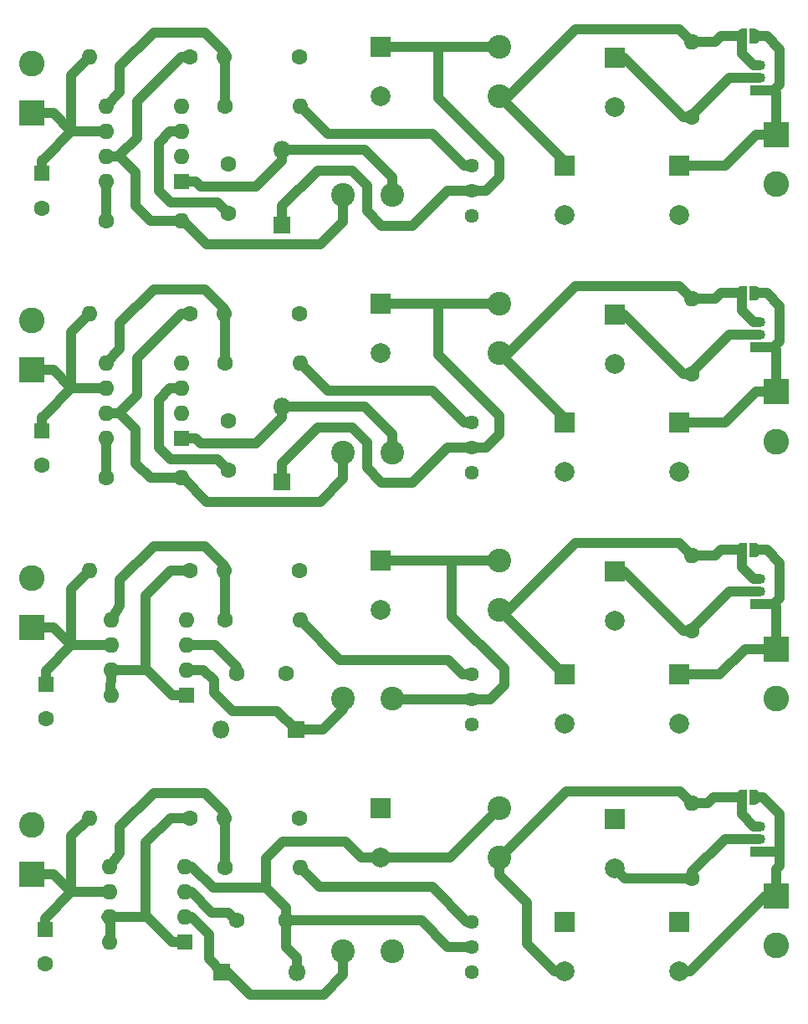
<source format=gtl>
%TF.GenerationSoftware,KiCad,Pcbnew,(5.1.12)-1*%
%TF.CreationDate,2022-12-13T04:58:50+01:00*%
%TF.ProjectId,MC34063_panel,4d433334-3036-4335-9f70-616e656c2e6b,rev?*%
%TF.SameCoordinates,Original*%
%TF.FileFunction,Copper,L1,Top*%
%TF.FilePolarity,Positive*%
%FSLAX46Y46*%
G04 Gerber Fmt 4.6, Leading zero omitted, Abs format (unit mm)*
G04 Created by KiCad (PCBNEW (5.1.12)-1) date 2022-12-13 04:58:50*
%MOMM*%
%LPD*%
G01*
G04 APERTURE LIST*
%TA.AperFunction,ComponentPad*%
%ADD10C,1.600000*%
%TD*%
%TA.AperFunction,ComponentPad*%
%ADD11R,2.600000X2.600000*%
%TD*%
%TA.AperFunction,ComponentPad*%
%ADD12C,2.600000*%
%TD*%
%TA.AperFunction,ComponentPad*%
%ADD13O,1.800000X1.800000*%
%TD*%
%TA.AperFunction,ComponentPad*%
%ADD14R,1.800000X1.800000*%
%TD*%
%TA.AperFunction,SMDPad,CuDef*%
%ADD15C,0.100000*%
%TD*%
%TA.AperFunction,ComponentPad*%
%ADD16C,2.400000*%
%TD*%
%TA.AperFunction,ComponentPad*%
%ADD17R,1.600000X1.600000*%
%TD*%
%TA.AperFunction,ComponentPad*%
%ADD18C,2.000000*%
%TD*%
%TA.AperFunction,ComponentPad*%
%ADD19R,2.000000X2.000000*%
%TD*%
%TA.AperFunction,ComponentPad*%
%ADD20O,1.600000X1.600000*%
%TD*%
%TA.AperFunction,ComponentPad*%
%ADD21C,1.440000*%
%TD*%
%TA.AperFunction,ComponentPad*%
%ADD22R,1.500000X1.050000*%
%TD*%
%TA.AperFunction,ComponentPad*%
%ADD23O,1.500000X1.050000*%
%TD*%
%TA.AperFunction,Conductor*%
%ADD24C,1.000000*%
%TD*%
G04 APERTURE END LIST*
D10*
%TO.P,C2,2*%
%TO.N,N/C*%
X72400000Y-99800000D03*
%TO.P,C2,1*%
X72400000Y-104800000D03*
%TD*%
D11*
%TO.P,J1,1*%
%TO.N,N/C*%
X52500000Y-94700000D03*
D12*
%TO.P,J1,2*%
X52500000Y-89700000D03*
%TD*%
D13*
%TO.P,D1,2*%
%TO.N,N/C*%
X77800000Y-98380000D03*
D14*
%TO.P,D1,1*%
X77800000Y-106000000D03*
%TD*%
%TA.AperFunction,SMDPad,CuDef*%
D15*
%TO.P,JP1,2*%
%TO.N,N/C*%
G36*
X125650000Y-86150602D02*
G01*
X125674534Y-86150602D01*
X125723365Y-86155412D01*
X125771490Y-86164984D01*
X125818445Y-86179228D01*
X125863778Y-86198005D01*
X125907051Y-86221136D01*
X125947850Y-86248396D01*
X125985779Y-86279524D01*
X126020476Y-86314221D01*
X126051604Y-86352150D01*
X126078864Y-86392949D01*
X126101995Y-86436222D01*
X126120772Y-86481555D01*
X126135016Y-86528510D01*
X126144588Y-86576635D01*
X126149398Y-86625466D01*
X126149398Y-86650000D01*
X126150000Y-86650000D01*
X126150000Y-87150000D01*
X126149398Y-87150000D01*
X126149398Y-87174534D01*
X126144588Y-87223365D01*
X126135016Y-87271490D01*
X126120772Y-87318445D01*
X126101995Y-87363778D01*
X126078864Y-87407051D01*
X126051604Y-87447850D01*
X126020476Y-87485779D01*
X125985779Y-87520476D01*
X125947850Y-87551604D01*
X125907051Y-87578864D01*
X125863778Y-87601995D01*
X125818445Y-87620772D01*
X125771490Y-87635016D01*
X125723365Y-87644588D01*
X125674534Y-87649398D01*
X125650000Y-87649398D01*
X125650000Y-87650000D01*
X125150000Y-87650000D01*
X125150000Y-86150000D01*
X125650000Y-86150000D01*
X125650000Y-86150602D01*
G37*
%TD.AperFunction*%
%TA.AperFunction,SMDPad,CuDef*%
%TO.P,JP1,1*%
G36*
X124850000Y-87650000D02*
G01*
X124350000Y-87650000D01*
X124350000Y-87649398D01*
X124325466Y-87649398D01*
X124276635Y-87644588D01*
X124228510Y-87635016D01*
X124181555Y-87620772D01*
X124136222Y-87601995D01*
X124092949Y-87578864D01*
X124052150Y-87551604D01*
X124014221Y-87520476D01*
X123979524Y-87485779D01*
X123948396Y-87447850D01*
X123921136Y-87407051D01*
X123898005Y-87363778D01*
X123879228Y-87318445D01*
X123864984Y-87271490D01*
X123855412Y-87223365D01*
X123850602Y-87174534D01*
X123850602Y-87150000D01*
X123850000Y-87150000D01*
X123850000Y-86650000D01*
X123850602Y-86650000D01*
X123850602Y-86625466D01*
X123855412Y-86576635D01*
X123864984Y-86528510D01*
X123879228Y-86481555D01*
X123898005Y-86436222D01*
X123921136Y-86392949D01*
X123948396Y-86352150D01*
X123979524Y-86314221D01*
X124014221Y-86279524D01*
X124052150Y-86248396D01*
X124092949Y-86221136D01*
X124136222Y-86198005D01*
X124181555Y-86179228D01*
X124228510Y-86164984D01*
X124276635Y-86155412D01*
X124325466Y-86150602D01*
X124350000Y-86150602D01*
X124350000Y-86150000D01*
X124850000Y-86150000D01*
X124850000Y-87650000D01*
G37*
%TD.AperFunction*%
%TD*%
D12*
%TO.P,J2,2*%
%TO.N,N/C*%
X127800000Y-101900000D03*
D11*
%TO.P,J2,1*%
X127800000Y-96900000D03*
%TD*%
D16*
%TO.P,L2,1*%
%TO.N,N/C*%
X99800000Y-88000000D03*
%TO.P,L2,2*%
X99800000Y-93000000D03*
%TD*%
%TO.P,L1,2*%
%TO.N,N/C*%
X89000000Y-103000000D03*
%TO.P,L1,1*%
X84000000Y-103000000D03*
%TD*%
D10*
%TO.P,C1,2*%
%TO.N,N/C*%
X53500000Y-104300000D03*
D17*
%TO.P,C1,1*%
X53500000Y-100800000D03*
%TD*%
D18*
%TO.P,C6,2*%
%TO.N,N/C*%
X118000000Y-105000000D03*
D19*
%TO.P,C6,1*%
X118000000Y-100000000D03*
%TD*%
%TO.P,C5,1*%
%TO.N,N/C*%
X111500000Y-89100000D03*
D18*
%TO.P,C5,2*%
X111500000Y-94100000D03*
%TD*%
D19*
%TO.P,C4,1*%
%TO.N,N/C*%
X106400000Y-100000000D03*
D18*
%TO.P,C4,2*%
X106400000Y-105000000D03*
%TD*%
%TO.P,C3,2*%
%TO.N,N/C*%
X87800000Y-93000000D03*
D19*
%TO.P,C3,1*%
X87800000Y-88000000D03*
%TD*%
D20*
%TO.P,U1,8*%
%TO.N,N/C*%
X59980000Y-101600000D03*
%TO.P,U1,4*%
X67600000Y-93980000D03*
%TO.P,U1,7*%
X59980000Y-99060000D03*
%TO.P,U1,3*%
X67600000Y-96520000D03*
%TO.P,U1,6*%
X59980000Y-96520000D03*
%TO.P,U1,2*%
X67600000Y-99060000D03*
%TO.P,U1,5*%
X59980000Y-93980000D03*
D17*
%TO.P,U1,1*%
X67600000Y-101600000D03*
%TD*%
D21*
%TO.P,RV1,3*%
%TO.N,N/C*%
X97000000Y-105080000D03*
%TO.P,RV1,2*%
X97000000Y-102540000D03*
%TO.P,RV1,1*%
X97000000Y-100000000D03*
%TD*%
D10*
%TO.P,R5,1*%
%TO.N,N/C*%
X119300000Y-95100000D03*
D20*
%TO.P,R5,2*%
X119300000Y-87480000D03*
%TD*%
%TO.P,R4,2*%
%TO.N,N/C*%
X79620000Y-94000000D03*
D10*
%TO.P,R4,1*%
X72000000Y-94000000D03*
%TD*%
%TO.P,R3,1*%
%TO.N,N/C*%
X60000000Y-105600000D03*
D20*
%TO.P,R3,2*%
X67620000Y-105600000D03*
%TD*%
%TO.P,R2,2*%
%TO.N,N/C*%
X71980000Y-89000000D03*
D10*
%TO.P,R2,1*%
X79600000Y-89000000D03*
%TD*%
D20*
%TO.P,R1,2*%
%TO.N,N/C*%
X58340000Y-89000000D03*
D10*
%TO.P,R1,1*%
X68500000Y-89000000D03*
%TD*%
D22*
%TO.P,Q1,1*%
%TO.N,N/C*%
X126000000Y-92400000D03*
D23*
%TO.P,Q1,3*%
X126000000Y-89860000D03*
%TO.P,Q1,2*%
X126000000Y-91130000D03*
%TD*%
D10*
%TO.P,C2,1*%
%TO.N,Net-(C2-Pad1)*%
X72400000Y-78800000D03*
%TO.P,C2,2*%
%TO.N,GND*%
X72400000Y-73800000D03*
%TD*%
D14*
%TO.P,D1,1*%
%TO.N,Net-(C3-Pad1)*%
X77800000Y-80000000D03*
D13*
%TO.P,D1,2*%
%TO.N,Net-(D1-Pad2)*%
X77800000Y-72380000D03*
%TD*%
D12*
%TO.P,J1,2*%
%TO.N,GND*%
X52500000Y-63700000D03*
D11*
%TO.P,J1,1*%
%TO.N,Net-(C1-Pad1)*%
X52500000Y-68700000D03*
%TD*%
%TO.P,J2,1*%
%TO.N,Net-(C6-Pad1)*%
X127800000Y-70900000D03*
D12*
%TO.P,J2,2*%
%TO.N,GND*%
X127800000Y-75900000D03*
%TD*%
%TA.AperFunction,SMDPad,CuDef*%
D15*
%TO.P,JP1,1*%
%TO.N,Net-(C4-Pad1)*%
G36*
X124850000Y-61650000D02*
G01*
X124350000Y-61650000D01*
X124350000Y-61649398D01*
X124325466Y-61649398D01*
X124276635Y-61644588D01*
X124228510Y-61635016D01*
X124181555Y-61620772D01*
X124136222Y-61601995D01*
X124092949Y-61578864D01*
X124052150Y-61551604D01*
X124014221Y-61520476D01*
X123979524Y-61485779D01*
X123948396Y-61447850D01*
X123921136Y-61407051D01*
X123898005Y-61363778D01*
X123879228Y-61318445D01*
X123864984Y-61271490D01*
X123855412Y-61223365D01*
X123850602Y-61174534D01*
X123850602Y-61150000D01*
X123850000Y-61150000D01*
X123850000Y-60650000D01*
X123850602Y-60650000D01*
X123850602Y-60625466D01*
X123855412Y-60576635D01*
X123864984Y-60528510D01*
X123879228Y-60481555D01*
X123898005Y-60436222D01*
X123921136Y-60392949D01*
X123948396Y-60352150D01*
X123979524Y-60314221D01*
X124014221Y-60279524D01*
X124052150Y-60248396D01*
X124092949Y-60221136D01*
X124136222Y-60198005D01*
X124181555Y-60179228D01*
X124228510Y-60164984D01*
X124276635Y-60155412D01*
X124325466Y-60150602D01*
X124350000Y-60150602D01*
X124350000Y-60150000D01*
X124850000Y-60150000D01*
X124850000Y-61650000D01*
G37*
%TD.AperFunction*%
%TA.AperFunction,SMDPad,CuDef*%
%TO.P,JP1,2*%
%TO.N,Net-(C6-Pad1)*%
G36*
X125650000Y-60150602D02*
G01*
X125674534Y-60150602D01*
X125723365Y-60155412D01*
X125771490Y-60164984D01*
X125818445Y-60179228D01*
X125863778Y-60198005D01*
X125907051Y-60221136D01*
X125947850Y-60248396D01*
X125985779Y-60279524D01*
X126020476Y-60314221D01*
X126051604Y-60352150D01*
X126078864Y-60392949D01*
X126101995Y-60436222D01*
X126120772Y-60481555D01*
X126135016Y-60528510D01*
X126144588Y-60576635D01*
X126149398Y-60625466D01*
X126149398Y-60650000D01*
X126150000Y-60650000D01*
X126150000Y-61150000D01*
X126149398Y-61150000D01*
X126149398Y-61174534D01*
X126144588Y-61223365D01*
X126135016Y-61271490D01*
X126120772Y-61318445D01*
X126101995Y-61363778D01*
X126078864Y-61407051D01*
X126051604Y-61447850D01*
X126020476Y-61485779D01*
X125985779Y-61520476D01*
X125947850Y-61551604D01*
X125907051Y-61578864D01*
X125863778Y-61601995D01*
X125818445Y-61620772D01*
X125771490Y-61635016D01*
X125723365Y-61644588D01*
X125674534Y-61649398D01*
X125650000Y-61649398D01*
X125650000Y-61650000D01*
X125150000Y-61650000D01*
X125150000Y-60150000D01*
X125650000Y-60150000D01*
X125650000Y-60150602D01*
G37*
%TD.AperFunction*%
%TD*%
D16*
%TO.P,L1,1*%
%TO.N,Net-(L1-Pad1)*%
X84000000Y-77000000D03*
%TO.P,L1,2*%
%TO.N,Net-(D1-Pad2)*%
X89000000Y-77000000D03*
%TD*%
%TO.P,L2,2*%
%TO.N,Net-(C4-Pad1)*%
X99800000Y-67000000D03*
%TO.P,L2,1*%
%TO.N,Net-(C3-Pad1)*%
X99800000Y-62000000D03*
%TD*%
D23*
%TO.P,Q1,2*%
%TO.N,Net-(C5-Pad1)*%
X126000000Y-65130000D03*
%TO.P,Q1,3*%
%TO.N,Net-(C4-Pad1)*%
X126000000Y-63860000D03*
D22*
%TO.P,Q1,1*%
%TO.N,Net-(C6-Pad1)*%
X126000000Y-66400000D03*
%TD*%
D10*
%TO.P,R1,1*%
%TO.N,Net-(L1-Pad1)*%
X68500000Y-63000000D03*
D20*
%TO.P,R1,2*%
%TO.N,Net-(C1-Pad1)*%
X58340000Y-63000000D03*
%TD*%
D10*
%TO.P,R2,1*%
%TO.N,GND*%
X79600000Y-63000000D03*
D20*
%TO.P,R2,2*%
%TO.N,Net-(R2-Pad2)*%
X71980000Y-63000000D03*
%TD*%
%TO.P,R3,2*%
%TO.N,Net-(L1-Pad1)*%
X67620000Y-79600000D03*
D10*
%TO.P,R3,1*%
%TO.N,Net-(R3-Pad1)*%
X60000000Y-79600000D03*
%TD*%
%TO.P,R4,1*%
%TO.N,Net-(R2-Pad2)*%
X72000000Y-68000000D03*
D20*
%TO.P,R4,2*%
%TO.N,Net-(R4-Pad2)*%
X79620000Y-68000000D03*
%TD*%
%TO.P,R5,2*%
%TO.N,Net-(C4-Pad1)*%
X119300000Y-61480000D03*
D10*
%TO.P,R5,1*%
%TO.N,Net-(C5-Pad1)*%
X119300000Y-69100000D03*
%TD*%
D21*
%TO.P,RV1,1*%
%TO.N,Net-(R4-Pad2)*%
X97000000Y-74000000D03*
%TO.P,RV1,2*%
%TO.N,Net-(C3-Pad1)*%
X97000000Y-76540000D03*
%TO.P,RV1,3*%
%TO.N,N/C*%
X97000000Y-79080000D03*
%TD*%
D17*
%TO.P,U1,1*%
%TO.N,Net-(D1-Pad2)*%
X67600000Y-75600000D03*
D20*
%TO.P,U1,5*%
%TO.N,Net-(R2-Pad2)*%
X59980000Y-67980000D03*
%TO.P,U1,2*%
%TO.N,GND*%
X67600000Y-73060000D03*
%TO.P,U1,6*%
%TO.N,Net-(C1-Pad1)*%
X59980000Y-70520000D03*
%TO.P,U1,3*%
%TO.N,Net-(C2-Pad1)*%
X67600000Y-70520000D03*
%TO.P,U1,7*%
%TO.N,Net-(L1-Pad1)*%
X59980000Y-73060000D03*
%TO.P,U1,4*%
%TO.N,GND*%
X67600000Y-67980000D03*
%TO.P,U1,8*%
%TO.N,Net-(R3-Pad1)*%
X59980000Y-75600000D03*
%TD*%
D19*
%TO.P,C3,1*%
%TO.N,Net-(C3-Pad1)*%
X87800000Y-62000000D03*
D18*
%TO.P,C3,2*%
%TO.N,GND*%
X87800000Y-67000000D03*
%TD*%
%TO.P,C4,2*%
%TO.N,GND*%
X106400000Y-79000000D03*
D19*
%TO.P,C4,1*%
%TO.N,Net-(C4-Pad1)*%
X106400000Y-74000000D03*
%TD*%
D18*
%TO.P,C5,2*%
%TO.N,GND*%
X111500000Y-68100000D03*
D19*
%TO.P,C5,1*%
%TO.N,Net-(C5-Pad1)*%
X111500000Y-63100000D03*
%TD*%
%TO.P,C6,1*%
%TO.N,Net-(C6-Pad1)*%
X118000000Y-74000000D03*
D18*
%TO.P,C6,2*%
%TO.N,GND*%
X118000000Y-79000000D03*
%TD*%
D17*
%TO.P,C1,1*%
%TO.N,Net-(C1-Pad1)*%
X53500000Y-74800000D03*
D10*
%TO.P,C1,2*%
%TO.N,GND*%
X53500000Y-78300000D03*
%TD*%
%TO.P,C2,1*%
%TO.N,Net-(C2-Pad1)*%
X73200000Y-125400000D03*
%TO.P,C2,2*%
%TO.N,GND*%
X78200000Y-125400000D03*
%TD*%
D14*
%TO.P,D1,1*%
%TO.N,Net-(D1-Pad1)*%
X79200000Y-131100000D03*
D13*
%TO.P,D1,2*%
%TO.N,GND*%
X71580000Y-131100000D03*
%TD*%
D12*
%TO.P,J1,2*%
%TO.N,GND*%
X52500000Y-115700000D03*
D11*
%TO.P,J1,1*%
%TO.N,Net-(C1-Pad1)*%
X52500000Y-120700000D03*
%TD*%
%TO.P,J2,1*%
%TO.N,Net-(C6-Pad1)*%
X127800000Y-122900000D03*
D12*
%TO.P,J2,2*%
%TO.N,GND*%
X127800000Y-127900000D03*
%TD*%
%TA.AperFunction,SMDPad,CuDef*%
D15*
%TO.P,JP1,1*%
%TO.N,Net-(C4-Pad1)*%
G36*
X124850000Y-113650000D02*
G01*
X124350000Y-113650000D01*
X124350000Y-113649398D01*
X124325466Y-113649398D01*
X124276635Y-113644588D01*
X124228510Y-113635016D01*
X124181555Y-113620772D01*
X124136222Y-113601995D01*
X124092949Y-113578864D01*
X124052150Y-113551604D01*
X124014221Y-113520476D01*
X123979524Y-113485779D01*
X123948396Y-113447850D01*
X123921136Y-113407051D01*
X123898005Y-113363778D01*
X123879228Y-113318445D01*
X123864984Y-113271490D01*
X123855412Y-113223365D01*
X123850602Y-113174534D01*
X123850602Y-113150000D01*
X123850000Y-113150000D01*
X123850000Y-112650000D01*
X123850602Y-112650000D01*
X123850602Y-112625466D01*
X123855412Y-112576635D01*
X123864984Y-112528510D01*
X123879228Y-112481555D01*
X123898005Y-112436222D01*
X123921136Y-112392949D01*
X123948396Y-112352150D01*
X123979524Y-112314221D01*
X124014221Y-112279524D01*
X124052150Y-112248396D01*
X124092949Y-112221136D01*
X124136222Y-112198005D01*
X124181555Y-112179228D01*
X124228510Y-112164984D01*
X124276635Y-112155412D01*
X124325466Y-112150602D01*
X124350000Y-112150602D01*
X124350000Y-112150000D01*
X124850000Y-112150000D01*
X124850000Y-113650000D01*
G37*
%TD.AperFunction*%
%TA.AperFunction,SMDPad,CuDef*%
%TO.P,JP1,2*%
%TO.N,Net-(C6-Pad1)*%
G36*
X125650000Y-112150602D02*
G01*
X125674534Y-112150602D01*
X125723365Y-112155412D01*
X125771490Y-112164984D01*
X125818445Y-112179228D01*
X125863778Y-112198005D01*
X125907051Y-112221136D01*
X125947850Y-112248396D01*
X125985779Y-112279524D01*
X126020476Y-112314221D01*
X126051604Y-112352150D01*
X126078864Y-112392949D01*
X126101995Y-112436222D01*
X126120772Y-112481555D01*
X126135016Y-112528510D01*
X126144588Y-112576635D01*
X126149398Y-112625466D01*
X126149398Y-112650000D01*
X126150000Y-112650000D01*
X126150000Y-113150000D01*
X126149398Y-113150000D01*
X126149398Y-113174534D01*
X126144588Y-113223365D01*
X126135016Y-113271490D01*
X126120772Y-113318445D01*
X126101995Y-113363778D01*
X126078864Y-113407051D01*
X126051604Y-113447850D01*
X126020476Y-113485779D01*
X125985779Y-113520476D01*
X125947850Y-113551604D01*
X125907051Y-113578864D01*
X125863778Y-113601995D01*
X125818445Y-113620772D01*
X125771490Y-113635016D01*
X125723365Y-113644588D01*
X125674534Y-113649398D01*
X125650000Y-113649398D01*
X125650000Y-113650000D01*
X125150000Y-113650000D01*
X125150000Y-112150000D01*
X125650000Y-112150000D01*
X125650000Y-112150602D01*
G37*
%TD.AperFunction*%
%TD*%
D16*
%TO.P,L1,1*%
%TO.N,Net-(D1-Pad1)*%
X84000000Y-127900000D03*
%TO.P,L1,2*%
%TO.N,Net-(C3-Pad1)*%
X89000000Y-127900000D03*
%TD*%
%TO.P,L2,2*%
%TO.N,Net-(C4-Pad1)*%
X99800000Y-119000000D03*
%TO.P,L2,1*%
%TO.N,Net-(C3-Pad1)*%
X99800000Y-114000000D03*
%TD*%
D23*
%TO.P,Q1,2*%
%TO.N,Net-(C5-Pad1)*%
X126000000Y-117130000D03*
%TO.P,Q1,3*%
%TO.N,Net-(C4-Pad1)*%
X126000000Y-115860000D03*
D22*
%TO.P,Q1,1*%
%TO.N,Net-(C6-Pad1)*%
X126000000Y-118400000D03*
%TD*%
D10*
%TO.P,R1,1*%
%TO.N,Net-(R1-Pad1)*%
X68500000Y-115000000D03*
D20*
%TO.P,R1,2*%
%TO.N,Net-(C1-Pad1)*%
X58340000Y-115000000D03*
%TD*%
D10*
%TO.P,R2,1*%
%TO.N,GND*%
X79600000Y-115000000D03*
D20*
%TO.P,R2,2*%
%TO.N,Net-(R2-Pad2)*%
X71980000Y-115000000D03*
%TD*%
D10*
%TO.P,R4,1*%
%TO.N,Net-(R2-Pad2)*%
X72000000Y-120000000D03*
D20*
%TO.P,R4,2*%
%TO.N,Net-(R4-Pad2)*%
X79620000Y-120000000D03*
%TD*%
%TO.P,R5,2*%
%TO.N,Net-(C4-Pad1)*%
X119300000Y-113480000D03*
D10*
%TO.P,R5,1*%
%TO.N,Net-(C5-Pad1)*%
X119300000Y-121100000D03*
%TD*%
D21*
%TO.P,RV1,1*%
%TO.N,Net-(R4-Pad2)*%
X97000000Y-125500000D03*
%TO.P,RV1,2*%
%TO.N,Net-(C3-Pad1)*%
X97000000Y-128040000D03*
%TO.P,RV1,3*%
%TO.N,N/C*%
X97000000Y-130580000D03*
%TD*%
D17*
%TO.P,U1,1*%
%TO.N,Net-(R1-Pad1)*%
X68100000Y-127600000D03*
D20*
%TO.P,U1,5*%
%TO.N,Net-(R2-Pad2)*%
X60480000Y-119980000D03*
%TO.P,U1,2*%
%TO.N,Net-(D1-Pad1)*%
X68100000Y-125060000D03*
%TO.P,U1,6*%
%TO.N,Net-(C1-Pad1)*%
X60480000Y-122520000D03*
%TO.P,U1,3*%
%TO.N,Net-(C2-Pad1)*%
X68100000Y-122520000D03*
%TO.P,U1,7*%
%TO.N,Net-(R1-Pad1)*%
X60480000Y-125060000D03*
%TO.P,U1,4*%
%TO.N,GND*%
X68100000Y-119980000D03*
%TO.P,U1,8*%
%TO.N,Net-(R1-Pad1)*%
X60480000Y-127600000D03*
%TD*%
D19*
%TO.P,C3,1*%
%TO.N,Net-(C3-Pad1)*%
X87800000Y-114000000D03*
D18*
%TO.P,C3,2*%
%TO.N,GND*%
X87800000Y-119000000D03*
%TD*%
%TO.P,C4,2*%
%TO.N,GND*%
X106400000Y-130500000D03*
D19*
%TO.P,C4,1*%
%TO.N,Net-(C4-Pad1)*%
X106400000Y-125500000D03*
%TD*%
D18*
%TO.P,C5,2*%
%TO.N,GND*%
X111500000Y-120100000D03*
D19*
%TO.P,C5,1*%
%TO.N,Net-(C5-Pad1)*%
X111500000Y-115100000D03*
%TD*%
%TO.P,C6,1*%
%TO.N,Net-(C6-Pad1)*%
X118000000Y-125500000D03*
D18*
%TO.P,C6,2*%
%TO.N,GND*%
X118000000Y-130500000D03*
%TD*%
D17*
%TO.P,C1,1*%
%TO.N,Net-(C1-Pad1)*%
X53900000Y-126500000D03*
D10*
%TO.P,C1,2*%
%TO.N,GND*%
X53900000Y-130000000D03*
%TD*%
%TO.P,C2,1*%
%TO.N,Net-(C2-Pad1)*%
X73200000Y-150400000D03*
%TO.P,C2,2*%
%TO.N,Net-(C2-Pad2)*%
X78200000Y-150400000D03*
%TD*%
D13*
%TO.P,D1,2*%
%TO.N,Net-(C2-Pad2)*%
X79320000Y-155600000D03*
D14*
%TO.P,D1,1*%
%TO.N,Net-(D1-Pad1)*%
X71700000Y-155600000D03*
%TD*%
D12*
%TO.P,J1,2*%
%TO.N,GND*%
X52500000Y-140700000D03*
D11*
%TO.P,J1,1*%
%TO.N,Net-(C1-Pad1)*%
X52500000Y-145700000D03*
%TD*%
%TO.P,J2,1*%
%TO.N,Net-(C6-Pad2)*%
X127800000Y-147900000D03*
D12*
%TO.P,J2,2*%
%TO.N,GND*%
X127800000Y-152900000D03*
%TD*%
%TA.AperFunction,SMDPad,CuDef*%
D15*
%TO.P,JP1,1*%
%TO.N,Net-(C4-Pad2)*%
G36*
X124850000Y-138650000D02*
G01*
X124350000Y-138650000D01*
X124350000Y-138649398D01*
X124325466Y-138649398D01*
X124276635Y-138644588D01*
X124228510Y-138635016D01*
X124181555Y-138620772D01*
X124136222Y-138601995D01*
X124092949Y-138578864D01*
X124052150Y-138551604D01*
X124014221Y-138520476D01*
X123979524Y-138485779D01*
X123948396Y-138447850D01*
X123921136Y-138407051D01*
X123898005Y-138363778D01*
X123879228Y-138318445D01*
X123864984Y-138271490D01*
X123855412Y-138223365D01*
X123850602Y-138174534D01*
X123850602Y-138150000D01*
X123850000Y-138150000D01*
X123850000Y-137650000D01*
X123850602Y-137650000D01*
X123850602Y-137625466D01*
X123855412Y-137576635D01*
X123864984Y-137528510D01*
X123879228Y-137481555D01*
X123898005Y-137436222D01*
X123921136Y-137392949D01*
X123948396Y-137352150D01*
X123979524Y-137314221D01*
X124014221Y-137279524D01*
X124052150Y-137248396D01*
X124092949Y-137221136D01*
X124136222Y-137198005D01*
X124181555Y-137179228D01*
X124228510Y-137164984D01*
X124276635Y-137155412D01*
X124325466Y-137150602D01*
X124350000Y-137150602D01*
X124350000Y-137150000D01*
X124850000Y-137150000D01*
X124850000Y-138650000D01*
G37*
%TD.AperFunction*%
%TA.AperFunction,SMDPad,CuDef*%
%TO.P,JP1,2*%
%TO.N,Net-(C6-Pad2)*%
G36*
X125650000Y-137150602D02*
G01*
X125674534Y-137150602D01*
X125723365Y-137155412D01*
X125771490Y-137164984D01*
X125818445Y-137179228D01*
X125863778Y-137198005D01*
X125907051Y-137221136D01*
X125947850Y-137248396D01*
X125985779Y-137279524D01*
X126020476Y-137314221D01*
X126051604Y-137352150D01*
X126078864Y-137392949D01*
X126101995Y-137436222D01*
X126120772Y-137481555D01*
X126135016Y-137528510D01*
X126144588Y-137576635D01*
X126149398Y-137625466D01*
X126149398Y-137650000D01*
X126150000Y-137650000D01*
X126150000Y-138150000D01*
X126149398Y-138150000D01*
X126149398Y-138174534D01*
X126144588Y-138223365D01*
X126135016Y-138271490D01*
X126120772Y-138318445D01*
X126101995Y-138363778D01*
X126078864Y-138407051D01*
X126051604Y-138447850D01*
X126020476Y-138485779D01*
X125985779Y-138520476D01*
X125947850Y-138551604D01*
X125907051Y-138578864D01*
X125863778Y-138601995D01*
X125818445Y-138620772D01*
X125771490Y-138635016D01*
X125723365Y-138644588D01*
X125674534Y-138649398D01*
X125650000Y-138649398D01*
X125650000Y-138650000D01*
X125150000Y-138650000D01*
X125150000Y-137150000D01*
X125650000Y-137150000D01*
X125650000Y-137150602D01*
G37*
%TD.AperFunction*%
%TD*%
D16*
%TO.P,L1,2*%
%TO.N,GND*%
X89000000Y-153500000D03*
%TO.P,L1,1*%
%TO.N,Net-(D1-Pad1)*%
X84000000Y-153500000D03*
%TD*%
%TO.P,L2,2*%
%TO.N,Net-(C4-Pad2)*%
X99800000Y-144000000D03*
%TO.P,L2,1*%
%TO.N,Net-(C2-Pad2)*%
X99800000Y-139000000D03*
%TD*%
D10*
%TO.P,R1,1*%
%TO.N,Net-(R1-Pad1)*%
X68500000Y-140000000D03*
D20*
%TO.P,R1,2*%
%TO.N,Net-(C1-Pad1)*%
X58340000Y-140000000D03*
%TD*%
D10*
%TO.P,R2,1*%
%TO.N,GND*%
X79600000Y-140000000D03*
D20*
%TO.P,R2,2*%
%TO.N,Net-(R2-Pad2)*%
X71980000Y-140000000D03*
%TD*%
D10*
%TO.P,R4,1*%
%TO.N,Net-(R2-Pad2)*%
X72000000Y-145000000D03*
D20*
%TO.P,R4,2*%
%TO.N,Net-(R4-Pad2)*%
X79620000Y-145000000D03*
%TD*%
%TO.P,R5,2*%
%TO.N,Net-(C4-Pad2)*%
X119300000Y-138480000D03*
D10*
%TO.P,R5,1*%
%TO.N,Net-(C5-Pad2)*%
X119300000Y-146100000D03*
%TD*%
D21*
%TO.P,RV1,3*%
%TO.N,N/C*%
X97000000Y-155580000D03*
%TO.P,RV1,2*%
%TO.N,Net-(C2-Pad2)*%
X97000000Y-153040000D03*
%TO.P,RV1,1*%
%TO.N,Net-(R4-Pad2)*%
X97000000Y-150500000D03*
%TD*%
D17*
%TO.P,U1,1*%
%TO.N,Net-(R1-Pad1)*%
X68000000Y-152600000D03*
D20*
%TO.P,U1,5*%
%TO.N,Net-(R2-Pad2)*%
X60380000Y-144980000D03*
%TO.P,U1,2*%
%TO.N,Net-(D1-Pad1)*%
X68000000Y-150060000D03*
%TO.P,U1,6*%
%TO.N,Net-(C1-Pad1)*%
X60380000Y-147520000D03*
%TO.P,U1,3*%
%TO.N,Net-(C2-Pad1)*%
X68000000Y-147520000D03*
%TO.P,U1,7*%
%TO.N,Net-(R1-Pad1)*%
X60380000Y-150060000D03*
%TO.P,U1,4*%
%TO.N,Net-(C2-Pad2)*%
X68000000Y-144980000D03*
%TO.P,U1,8*%
%TO.N,Net-(R1-Pad1)*%
X60380000Y-152600000D03*
%TD*%
D19*
%TO.P,C3,1*%
%TO.N,GND*%
X87800000Y-139000000D03*
D18*
%TO.P,C3,2*%
%TO.N,Net-(C2-Pad2)*%
X87800000Y-144000000D03*
%TD*%
D19*
%TO.P,C4,1*%
%TO.N,GND*%
X106400000Y-150500000D03*
D18*
%TO.P,C4,2*%
%TO.N,Net-(C4-Pad2)*%
X106400000Y-155500000D03*
%TD*%
%TO.P,C5,2*%
%TO.N,Net-(C5-Pad2)*%
X111500000Y-145100000D03*
D19*
%TO.P,C5,1*%
%TO.N,GND*%
X111500000Y-140100000D03*
%TD*%
D18*
%TO.P,C6,2*%
%TO.N,Net-(C6-Pad2)*%
X118000000Y-155500000D03*
D19*
%TO.P,C6,1*%
%TO.N,GND*%
X118000000Y-150500000D03*
%TD*%
D17*
%TO.P,C1,1*%
%TO.N,Net-(C1-Pad1)*%
X53800000Y-151300000D03*
D10*
%TO.P,C1,2*%
%TO.N,GND*%
X53800000Y-154800000D03*
%TD*%
D22*
%TO.P,Q1,1*%
%TO.N,Net-(C6-Pad2)*%
X126000000Y-143400000D03*
D23*
%TO.P,Q1,3*%
%TO.N,Net-(C4-Pad2)*%
X126000000Y-140860000D03*
%TO.P,Q1,2*%
%TO.N,Net-(C5-Pad2)*%
X126000000Y-142130000D03*
%TD*%
D24*
%TO.N,*%
X53800000Y-99200000D02*
X56480000Y-96520000D01*
X54660000Y-94700000D02*
X56480000Y-96520000D01*
X56480000Y-96520000D02*
X56480000Y-90860000D01*
X52500000Y-94700000D02*
X54660000Y-94700000D01*
X53500000Y-99500000D02*
X53800000Y-99200000D01*
X56480000Y-96520000D02*
X59980000Y-96520000D01*
X53500000Y-100800000D02*
X53500000Y-99500000D01*
X56480000Y-90860000D02*
X58340000Y-89000000D01*
X71300000Y-103700000D02*
X72400000Y-104800000D01*
X66500000Y-103700000D02*
X71300000Y-103700000D01*
X65300000Y-97700000D02*
X65300000Y-102500000D01*
X66480000Y-96520000D02*
X65300000Y-97700000D01*
X67600000Y-96520000D02*
X66480000Y-96520000D01*
X65300000Y-102500000D02*
X66500000Y-103700000D01*
X87800000Y-88000000D02*
X93600000Y-88000000D01*
X93600000Y-88000000D02*
X99800000Y-88000000D01*
X93600000Y-93100000D02*
X93600000Y-88000000D01*
X77800000Y-106000000D02*
X77800000Y-104100000D01*
X77800000Y-104100000D02*
X81400000Y-100500000D01*
X99800000Y-99300000D02*
X93600000Y-93100000D01*
X99800000Y-101200000D02*
X99800000Y-99300000D01*
X98460000Y-102540000D02*
X99800000Y-101200000D01*
X97000000Y-102540000D02*
X98460000Y-102540000D01*
X91000000Y-106100000D02*
X94560000Y-102540000D01*
X94560000Y-102540000D02*
X97000000Y-102540000D01*
X87900000Y-106100000D02*
X91000000Y-106100000D01*
X86400000Y-104600000D02*
X87900000Y-106100000D01*
X86400000Y-102000000D02*
X86400000Y-104600000D01*
X84900000Y-100500000D02*
X86400000Y-102000000D01*
X81400000Y-100500000D02*
X84900000Y-100500000D01*
X106400000Y-100000000D02*
X106400000Y-99600000D01*
X106400000Y-99600000D02*
X99800000Y-93000000D01*
X125560000Y-89860000D02*
X124350000Y-88650000D01*
X124350000Y-88650000D02*
X124350000Y-86900000D01*
X126000000Y-89860000D02*
X125560000Y-89860000D01*
X121620000Y-87480000D02*
X122200000Y-86900000D01*
X122200000Y-86900000D02*
X124350000Y-86900000D01*
X119300000Y-87480000D02*
X121620000Y-87480000D01*
X107500000Y-86200000D02*
X118020000Y-86200000D01*
X118020000Y-86200000D02*
X119300000Y-87480000D01*
X100700000Y-93000000D02*
X107500000Y-86200000D01*
X99800000Y-93000000D02*
X100700000Y-93000000D01*
X118400000Y-95100000D02*
X112400000Y-89100000D01*
X112400000Y-89100000D02*
X111500000Y-89100000D01*
X119300000Y-95100000D02*
X118400000Y-95100000D01*
X119300000Y-94900000D02*
X123070000Y-91130000D01*
X123070000Y-91130000D02*
X126000000Y-91130000D01*
X119300000Y-95100000D02*
X119300000Y-94900000D01*
X125800000Y-96900000D02*
X122700000Y-100000000D01*
X122700000Y-100000000D02*
X118000000Y-100000000D01*
X127800000Y-96900000D02*
X125800000Y-96900000D01*
X127800000Y-96900000D02*
X127800000Y-92600000D01*
X127800000Y-92600000D02*
X127600000Y-92400000D01*
X128200000Y-91800000D02*
X127600000Y-92400000D01*
X127600000Y-92400000D02*
X126000000Y-92400000D01*
X128200000Y-88200000D02*
X128200000Y-91800000D01*
X126900000Y-86900000D02*
X128200000Y-88200000D01*
X125650000Y-86900000D02*
X126900000Y-86900000D01*
X89000000Y-101200000D02*
X89000000Y-103000000D01*
X86180000Y-98380000D02*
X89000000Y-101200000D01*
X77800000Y-98380000D02*
X86180000Y-98380000D01*
X77800000Y-99500000D02*
X77800000Y-98380000D01*
X75200000Y-102100000D02*
X77800000Y-99500000D01*
X69600000Y-102100000D02*
X75200000Y-102100000D01*
X69100000Y-101600000D02*
X69600000Y-102100000D01*
X67600000Y-101600000D02*
X69100000Y-101600000D01*
X81700000Y-108000000D02*
X84000000Y-105700000D01*
X84000000Y-105700000D02*
X84000000Y-103000000D01*
X70200000Y-108000000D02*
X81700000Y-108000000D01*
X67800000Y-105600000D02*
X70200000Y-108000000D01*
X67620000Y-105600000D02*
X67800000Y-105600000D01*
X63000000Y-100700000D02*
X61360000Y-99060000D01*
X63000000Y-104100000D02*
X63000000Y-100700000D01*
X64500000Y-105600000D02*
X63000000Y-104100000D01*
X67620000Y-105600000D02*
X64500000Y-105600000D01*
X61360000Y-99060000D02*
X59980000Y-99060000D01*
X63100000Y-93500000D02*
X67600000Y-89000000D01*
X67600000Y-89000000D02*
X68500000Y-89000000D01*
X63100000Y-97200000D02*
X63100000Y-93500000D01*
X61360000Y-98940000D02*
X63100000Y-97200000D01*
X61360000Y-99060000D02*
X61360000Y-98940000D01*
X61400000Y-92560000D02*
X59980000Y-93980000D01*
X64800000Y-86500000D02*
X61400000Y-89900000D01*
X61400000Y-89900000D02*
X61400000Y-92560000D01*
X70000000Y-86500000D02*
X64800000Y-86500000D01*
X71980000Y-88480000D02*
X70000000Y-86500000D01*
X71980000Y-89000000D02*
X71980000Y-88480000D01*
X72000000Y-94000000D02*
X72000000Y-89020000D01*
X72000000Y-89020000D02*
X71980000Y-89000000D01*
X60000000Y-105600000D02*
X60000000Y-101620000D01*
X60000000Y-101620000D02*
X59980000Y-101600000D01*
X93000000Y-96800000D02*
X82420000Y-96800000D01*
X82420000Y-96800000D02*
X79620000Y-94000000D01*
X96200000Y-100000000D02*
X93000000Y-96800000D01*
X97000000Y-100000000D02*
X96200000Y-100000000D01*
%TO.N,Net-(C1-Pad1)*%
X53800000Y-73200000D02*
X56480000Y-70520000D01*
X56480000Y-64860000D02*
X58340000Y-63000000D01*
X56480000Y-70520000D02*
X56480000Y-64860000D01*
X54660000Y-68700000D02*
X56480000Y-70520000D01*
X52500000Y-68700000D02*
X54660000Y-68700000D01*
X53500000Y-73500000D02*
X53800000Y-73200000D01*
X56480000Y-70520000D02*
X59980000Y-70520000D01*
X53500000Y-74800000D02*
X53500000Y-73500000D01*
X56480000Y-116860000D02*
X58340000Y-115000000D01*
X56480000Y-122520000D02*
X56480000Y-116860000D01*
X54660000Y-120700000D02*
X56480000Y-122520000D01*
X52500000Y-120700000D02*
X54660000Y-120700000D01*
X56480000Y-122520000D02*
X60480000Y-122520000D01*
X53900000Y-125100000D02*
X56480000Y-122520000D01*
X53900000Y-126500000D02*
X53900000Y-125100000D01*
X56480000Y-141860000D02*
X58340000Y-140000000D01*
X56480000Y-147520000D02*
X56480000Y-141860000D01*
X54660000Y-145700000D02*
X56480000Y-147520000D01*
X52500000Y-145700000D02*
X54660000Y-145700000D01*
X53800000Y-150200000D02*
X56480000Y-147520000D01*
X53800000Y-151300000D02*
X53800000Y-150200000D01*
X56480000Y-147520000D02*
X60380000Y-147520000D01*
%TO.N,Net-(C2-Pad1)*%
X67600000Y-70520000D02*
X66480000Y-70520000D01*
X66480000Y-70520000D02*
X65300000Y-71700000D01*
X65300000Y-76500000D02*
X66500000Y-77700000D01*
X65300000Y-71700000D02*
X65300000Y-76500000D01*
X66500000Y-77700000D02*
X71300000Y-77700000D01*
X71300000Y-77700000D02*
X72400000Y-78800000D01*
X71020000Y-122520000D02*
X68100000Y-122520000D01*
X73200000Y-124700000D02*
X71020000Y-122520000D01*
X73200000Y-125400000D02*
X73200000Y-124700000D01*
X68000000Y-147520000D02*
X68620000Y-147520000D01*
X68620000Y-147520000D02*
X70700000Y-149600000D01*
X72400000Y-149600000D02*
X73200000Y-150400000D01*
X70700000Y-149600000D02*
X72400000Y-149600000D01*
%TO.N,Net-(C3-Pad1)*%
X81400000Y-74500000D02*
X84900000Y-74500000D01*
X84900000Y-74500000D02*
X86400000Y-76000000D01*
X86400000Y-76000000D02*
X86400000Y-78600000D01*
X86400000Y-78600000D02*
X87900000Y-80100000D01*
X87900000Y-80100000D02*
X91000000Y-80100000D01*
X94560000Y-76540000D02*
X97000000Y-76540000D01*
X91000000Y-80100000D02*
X94560000Y-76540000D01*
X97000000Y-76540000D02*
X98460000Y-76540000D01*
X98460000Y-76540000D02*
X99800000Y-75200000D01*
X99800000Y-75200000D02*
X99800000Y-73300000D01*
X99800000Y-73300000D02*
X93600000Y-67100000D01*
X77800000Y-78100000D02*
X81400000Y-74500000D01*
X77800000Y-80000000D02*
X77800000Y-78100000D01*
X93600000Y-67100000D02*
X93600000Y-62000000D01*
X93600000Y-62000000D02*
X99800000Y-62000000D01*
X87800000Y-62000000D02*
X93600000Y-62000000D01*
X87800000Y-114000000D02*
X93600000Y-114000000D01*
X97000000Y-128040000D02*
X98860000Y-128040000D01*
X98860000Y-128040000D02*
X100300000Y-126600000D01*
X100300000Y-126600000D02*
X100300000Y-124900000D01*
X95000000Y-119600000D02*
X95000000Y-114000000D01*
X100300000Y-124900000D02*
X95000000Y-119600000D01*
X95000000Y-114000000D02*
X99800000Y-114000000D01*
X93600000Y-114000000D02*
X95000000Y-114000000D01*
X89140000Y-128040000D02*
X89000000Y-127900000D01*
X97000000Y-128040000D02*
X89140000Y-128040000D01*
%TO.N,Net-(C4-Pad1)*%
X99800000Y-67000000D02*
X100700000Y-67000000D01*
X100700000Y-67000000D02*
X107500000Y-60200000D01*
X118020000Y-60200000D02*
X119300000Y-61480000D01*
X107500000Y-60200000D02*
X118020000Y-60200000D01*
X119300000Y-61480000D02*
X121620000Y-61480000D01*
X122200000Y-60900000D02*
X124350000Y-60900000D01*
X121620000Y-61480000D02*
X122200000Y-60900000D01*
X126000000Y-63860000D02*
X125560000Y-63860000D01*
X124350000Y-62650000D02*
X124350000Y-60900000D01*
X125560000Y-63860000D02*
X124350000Y-62650000D01*
X106400000Y-73600000D02*
X99800000Y-67000000D01*
X106400000Y-74000000D02*
X106400000Y-73600000D01*
X99800000Y-119000000D02*
X100700000Y-119000000D01*
X100700000Y-119000000D02*
X107500000Y-112200000D01*
X118020000Y-112200000D02*
X119300000Y-113480000D01*
X107500000Y-112200000D02*
X118020000Y-112200000D01*
X119300000Y-113480000D02*
X121620000Y-113480000D01*
X122200000Y-112900000D02*
X124350000Y-112900000D01*
X121620000Y-113480000D02*
X122200000Y-112900000D01*
X126000000Y-115860000D02*
X125560000Y-115860000D01*
X124350000Y-114650000D02*
X124350000Y-112900000D01*
X125560000Y-115860000D02*
X124350000Y-114650000D01*
X106400000Y-125600000D02*
X99800000Y-119000000D01*
X106400000Y-126000000D02*
X106400000Y-125600000D01*
%TO.N,Net-(C5-Pad1)*%
X119300000Y-69100000D02*
X119300000Y-68900000D01*
X123070000Y-65130000D02*
X126000000Y-65130000D01*
X119300000Y-68900000D02*
X123070000Y-65130000D01*
X119300000Y-69100000D02*
X118400000Y-69100000D01*
X112400000Y-63100000D02*
X111500000Y-63100000D01*
X118400000Y-69100000D02*
X112400000Y-63100000D01*
X119300000Y-121100000D02*
X119300000Y-120900000D01*
X123070000Y-117130000D02*
X126000000Y-117130000D01*
X119300000Y-120900000D02*
X123070000Y-117130000D01*
X119300000Y-121100000D02*
X118400000Y-121100000D01*
X112400000Y-115100000D02*
X111500000Y-115100000D01*
X118400000Y-121100000D02*
X112400000Y-115100000D01*
%TO.N,Net-(C6-Pad1)*%
X125650000Y-60900000D02*
X126900000Y-60900000D01*
X126900000Y-60900000D02*
X128200000Y-62200000D01*
X128200000Y-62200000D02*
X128200000Y-65800000D01*
X127600000Y-66400000D02*
X126000000Y-66400000D01*
X128200000Y-65800000D02*
X127600000Y-66400000D01*
X127800000Y-66600000D02*
X127600000Y-66400000D01*
X127800000Y-70900000D02*
X127800000Y-66600000D01*
X127800000Y-70900000D02*
X125800000Y-70900000D01*
X122700000Y-74000000D02*
X118000000Y-74000000D01*
X125800000Y-70900000D02*
X122700000Y-74000000D01*
X125650000Y-112900000D02*
X126900000Y-112900000D01*
X126900000Y-112900000D02*
X128200000Y-114200000D01*
X128200000Y-114200000D02*
X128200000Y-117800000D01*
X127600000Y-118400000D02*
X126000000Y-118400000D01*
X128200000Y-117800000D02*
X127600000Y-118400000D01*
X127800000Y-118600000D02*
X127600000Y-118400000D01*
X127800000Y-122900000D02*
X127800000Y-118600000D01*
X118000000Y-125500000D02*
X122100000Y-125500000D01*
X124700000Y-122900000D02*
X127800000Y-122900000D01*
X122100000Y-125500000D02*
X124700000Y-122900000D01*
%TO.N,Net-(D1-Pad2)*%
X67600000Y-75600000D02*
X69100000Y-75600000D01*
X69100000Y-75600000D02*
X69600000Y-76100000D01*
X69600000Y-76100000D02*
X75200000Y-76100000D01*
X75200000Y-76100000D02*
X77800000Y-73500000D01*
X77800000Y-73500000D02*
X77800000Y-72380000D01*
X77800000Y-72380000D02*
X86180000Y-72380000D01*
X86180000Y-72380000D02*
X89000000Y-75200000D01*
X89000000Y-75200000D02*
X89000000Y-77000000D01*
%TO.N,Net-(L1-Pad1)*%
X61360000Y-73060000D02*
X61360000Y-72940000D01*
X61360000Y-72940000D02*
X63100000Y-71200000D01*
X63100000Y-71200000D02*
X63100000Y-67500000D01*
X67600000Y-63000000D02*
X68500000Y-63000000D01*
X63100000Y-67500000D02*
X67600000Y-63000000D01*
X61360000Y-73060000D02*
X59980000Y-73060000D01*
X67620000Y-79600000D02*
X64500000Y-79600000D01*
X64500000Y-79600000D02*
X63000000Y-78100000D01*
X63000000Y-78100000D02*
X63000000Y-74700000D01*
X63000000Y-74700000D02*
X61360000Y-73060000D01*
X67620000Y-79600000D02*
X67800000Y-79600000D01*
X67800000Y-79600000D02*
X70200000Y-82000000D01*
X70200000Y-82000000D02*
X81700000Y-82000000D01*
X84000000Y-79700000D02*
X84000000Y-77000000D01*
X81700000Y-82000000D02*
X84000000Y-79700000D01*
%TO.N,Net-(R2-Pad2)*%
X72000000Y-63020000D02*
X71980000Y-63000000D01*
X72000000Y-68000000D02*
X72000000Y-63020000D01*
X71980000Y-63000000D02*
X71980000Y-62480000D01*
X71980000Y-62480000D02*
X70000000Y-60500000D01*
X70000000Y-60500000D02*
X64800000Y-60500000D01*
X61400000Y-63900000D02*
X61400000Y-66560000D01*
X64800000Y-60500000D02*
X61400000Y-63900000D01*
X61400000Y-66560000D02*
X59980000Y-67980000D01*
X72000000Y-115020000D02*
X71980000Y-115000000D01*
X72000000Y-120000000D02*
X72000000Y-115020000D01*
X61400000Y-118560000D02*
X60480000Y-119980000D01*
X61400000Y-115900000D02*
X61400000Y-118560000D01*
X64800000Y-112500000D02*
X61400000Y-115900000D01*
X70000000Y-112500000D02*
X64800000Y-112500000D01*
X71980000Y-114480000D02*
X70000000Y-112500000D01*
X71980000Y-115000000D02*
X71980000Y-114480000D01*
X72000000Y-140020000D02*
X71980000Y-140000000D01*
X72000000Y-145000000D02*
X72000000Y-140020000D01*
X61400000Y-143560000D02*
X60380000Y-144980000D01*
X61400000Y-140900000D02*
X61400000Y-143560000D01*
X64800000Y-137500000D02*
X61400000Y-140900000D01*
X70000000Y-137500000D02*
X64800000Y-137500000D01*
X71980000Y-139480000D02*
X70000000Y-137500000D01*
X71980000Y-140000000D02*
X71980000Y-139480000D01*
%TO.N,Net-(R3-Pad1)*%
X60000000Y-75620000D02*
X59980000Y-75600000D01*
X60000000Y-79600000D02*
X60000000Y-75620000D01*
%TO.N,Net-(R4-Pad2)*%
X97000000Y-74000000D02*
X96200000Y-74000000D01*
X96200000Y-74000000D02*
X93000000Y-70800000D01*
X82420000Y-70800000D02*
X79620000Y-68000000D01*
X93000000Y-70800000D02*
X82420000Y-70800000D01*
X97000000Y-125500000D02*
X96100000Y-125500000D01*
X96100000Y-125500000D02*
X94600000Y-124000000D01*
X83620000Y-124000000D02*
X79620000Y-120000000D01*
X94600000Y-124000000D02*
X83620000Y-124000000D01*
X97000000Y-150500000D02*
X96500000Y-150500000D01*
X96500000Y-150500000D02*
X93000000Y-147000000D01*
X81620000Y-147000000D02*
X79620000Y-145000000D01*
X93000000Y-147000000D02*
X81620000Y-147000000D01*
%TO.N,Net-(D1-Pad1)*%
X77300000Y-129200000D02*
X79200000Y-131100000D01*
X72800000Y-129200000D02*
X77300000Y-129200000D01*
X70900000Y-127300000D02*
X72800000Y-129200000D01*
X70900000Y-126100000D02*
X70900000Y-127300000D01*
X69860000Y-125060000D02*
X70900000Y-126100000D01*
X68100000Y-125060000D02*
X69860000Y-125060000D01*
X84000000Y-129000000D02*
X84000000Y-127900000D01*
X81900000Y-131100000D02*
X84000000Y-129000000D01*
X79200000Y-131100000D02*
X81900000Y-131100000D01*
X71700000Y-155600000D02*
X72300000Y-155600000D01*
X72300000Y-155600000D02*
X74600000Y-157900000D01*
X74600000Y-157900000D02*
X82000000Y-157900000D01*
X84000000Y-155900000D02*
X84000000Y-153500000D01*
X82000000Y-157900000D02*
X84000000Y-155900000D01*
X70400000Y-154300000D02*
X71700000Y-155600000D01*
X70400000Y-151800000D02*
X70400000Y-154300000D01*
X68660000Y-150060000D02*
X70400000Y-151800000D01*
X68000000Y-150060000D02*
X68660000Y-150060000D01*
%TO.N,Net-(R1-Pad1)*%
X64000000Y-124900000D02*
X64000000Y-117500000D01*
X66500000Y-115000000D02*
X68500000Y-115000000D01*
X64000000Y-117500000D02*
X66500000Y-115000000D01*
X66700000Y-127600000D02*
X64000000Y-124900000D01*
X68100000Y-127600000D02*
X66700000Y-127600000D01*
X60480000Y-125060000D02*
X60400000Y-127600000D01*
X63840000Y-125060000D02*
X64000000Y-124900000D01*
X60480000Y-125060000D02*
X63840000Y-125060000D01*
X60400000Y-150060000D02*
X60400000Y-152600000D01*
X64000000Y-149900000D02*
X64000000Y-142500000D01*
X66500000Y-140000000D02*
X68500000Y-140000000D01*
X64000000Y-142500000D02*
X66500000Y-140000000D01*
X63840000Y-150060000D02*
X64000000Y-149900000D01*
X59980000Y-150060000D02*
X63840000Y-150060000D01*
X66700000Y-152600000D02*
X64000000Y-149900000D01*
X68000000Y-152600000D02*
X66700000Y-152600000D01*
%TO.N,Net-(C2-Pad2)*%
X78200000Y-150400000D02*
X78200000Y-149100000D01*
X78200000Y-149100000D02*
X76200000Y-147100000D01*
X94200000Y-144000000D02*
X87800000Y-144000000D01*
X94800000Y-144000000D02*
X99800000Y-139000000D01*
X94200000Y-144000000D02*
X94800000Y-144000000D01*
X79320000Y-155600000D02*
X79320000Y-154220000D01*
X78200000Y-153100000D02*
X78200000Y-150400000D01*
X79320000Y-154220000D02*
X78200000Y-153100000D01*
X94540000Y-153040000D02*
X97000000Y-153040000D01*
X91900000Y-150400000D02*
X94540000Y-153040000D01*
X78200000Y-150400000D02*
X91900000Y-150400000D01*
X87800000Y-144000000D02*
X85800000Y-144000000D01*
X85800000Y-144000000D02*
X84200000Y-142400000D01*
X84200000Y-142400000D02*
X77900000Y-142400000D01*
X76200000Y-144100000D02*
X76200000Y-147100000D01*
X77900000Y-142400000D02*
X76200000Y-144100000D01*
X68680000Y-144980000D02*
X68000000Y-144980000D01*
X70800000Y-147100000D02*
X68680000Y-144980000D01*
X76200000Y-147100000D02*
X70800000Y-147100000D01*
%TO.N,Net-(C4-Pad2)*%
X124350000Y-139650000D02*
X124350000Y-137900000D01*
X99800000Y-144000000D02*
X99900000Y-144000000D01*
X99900000Y-144000000D02*
X106600000Y-137300000D01*
X118120000Y-137300000D02*
X119300000Y-138480000D01*
X106600000Y-137300000D02*
X118120000Y-137300000D01*
X119300000Y-138480000D02*
X120920000Y-138480000D01*
X121500000Y-137900000D02*
X124350000Y-137900000D01*
X120920000Y-138480000D02*
X121500000Y-137900000D01*
X125560000Y-140860000D02*
X124350000Y-139650000D01*
X126000000Y-140860000D02*
X125560000Y-140860000D01*
X99800000Y-144000000D02*
X99800000Y-145800000D01*
X99800000Y-145800000D02*
X102600000Y-148600000D01*
X102600000Y-148600000D02*
X102600000Y-152700000D01*
X105400000Y-155500000D02*
X106400000Y-155500000D01*
X102600000Y-152700000D02*
X105400000Y-155500000D01*
%TO.N,Net-(C5-Pad2)*%
X112500000Y-146100000D02*
X111500000Y-145100000D01*
X119300000Y-146100000D02*
X112500000Y-146100000D01*
X119300000Y-146100000D02*
X119300000Y-145500000D01*
X122630000Y-142170000D02*
X126000000Y-142170000D01*
X119300000Y-145500000D02*
X122630000Y-142170000D01*
%TO.N,Net-(C6-Pad2)*%
X127800000Y-147900000D02*
X127800000Y-145240000D01*
X125650000Y-137900000D02*
X126500000Y-137900000D01*
X126500000Y-137900000D02*
X128200000Y-139600000D01*
X128200000Y-144840000D02*
X127800000Y-145240000D01*
X128100000Y-143400000D02*
X128200000Y-143300000D01*
X126000000Y-143400000D02*
X128100000Y-143400000D01*
X128200000Y-143300000D02*
X128200000Y-144840000D01*
X128200000Y-139600000D02*
X128200000Y-143300000D01*
X126700000Y-147900000D02*
X127800000Y-147900000D01*
X119100000Y-155500000D02*
X126700000Y-147900000D01*
X118000000Y-155500000D02*
X119100000Y-155500000D01*
%TD*%
M02*

</source>
